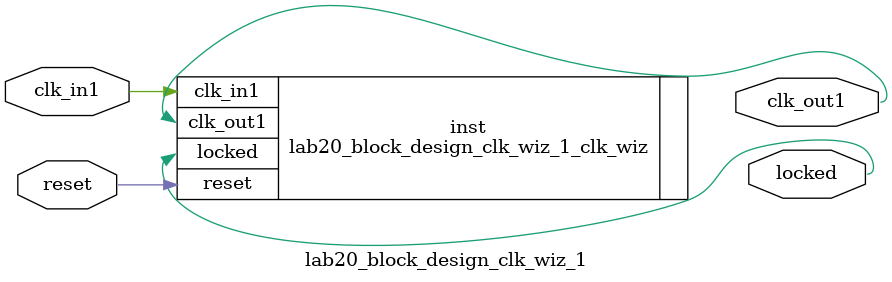
<source format=v>


`timescale 1ps/1ps

(* CORE_GENERATION_INFO = "lab20_block_design_clk_wiz_1,clk_wiz_v6_0_15_0_0,{component_name=lab20_block_design_clk_wiz_1,use_phase_alignment=true,use_min_o_jitter=false,use_max_i_jitter=false,use_dyn_phase_shift=false,use_inclk_switchover=false,use_dyn_reconfig=false,enable_axi=0,feedback_source=FDBK_AUTO,PRIMITIVE=MMCM,num_out_clk=1,clkin1_period=10.000,clkin2_period=10.000,use_power_down=false,use_reset=true,use_locked=true,use_inclk_stopped=false,feedback_type=SINGLE,CLOCK_MGR_TYPE=NA,manual_override=false}" *)

module lab20_block_design_clk_wiz_1 
 (
  // Clock out ports
  output        clk_out1,
  // Status and control signals
  input         reset,
  output        locked,
 // Clock in ports
  input         clk_in1
 );

  lab20_block_design_clk_wiz_1_clk_wiz inst
  (
  // Clock out ports  
  .clk_out1(clk_out1),
  // Status and control signals               
  .reset(reset), 
  .locked(locked),
 // Clock in ports
  .clk_in1(clk_in1)
  );

endmodule

</source>
